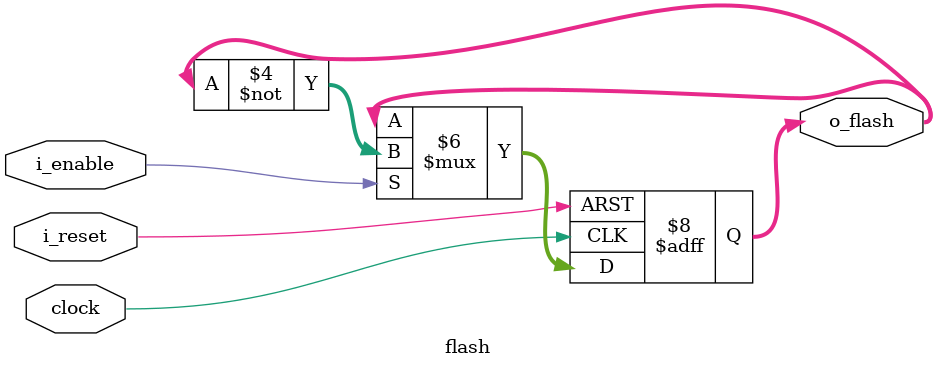
<source format=v>
module flash (
        input clock,
        input i_reset,
        input i_enable,
        output reg [3:0] o_flash);
        
    always @(posedge clock or negedge i_reset) begin
        if (!i_reset) begin
                o_flash <= 4'b0000;
        end
        else if (i_enable == 1'b1) begin
                o_flash = ~o_flash;
        end
        else begin
            o_flash = o_flash;
        end
    end
endmodule
</source>
